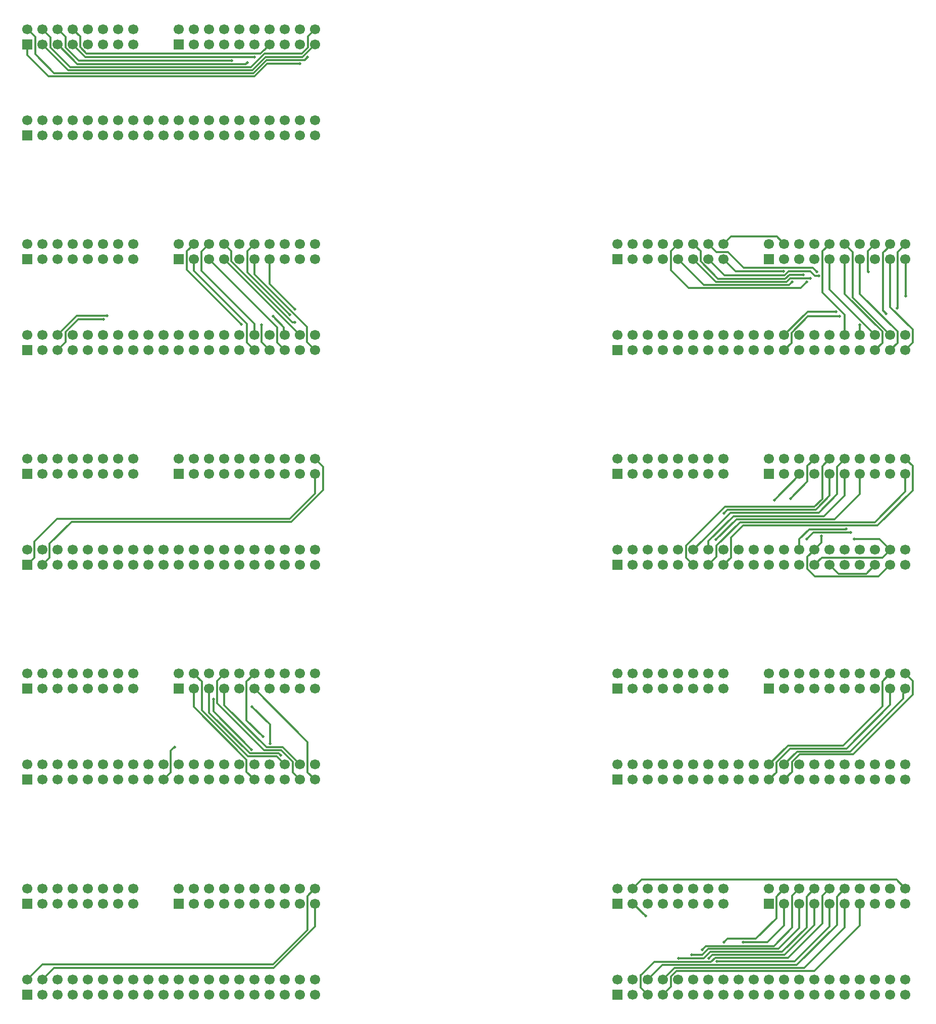
<source format=gtl>
G04*
G04 #@! TF.GenerationSoftware,Altium Limited,Altium Designer,22.6.1 (34)*
G04*
G04 Layer_Physical_Order=1*
G04 Layer_Color=255*
%FSLAX24Y24*%
%MOIN*%
G70*
G04*
G04 #@! TF.SameCoordinates,E1D52860-6489-4A1D-BE11-D1A6212AA477*
G04*
G04*
G04 #@! TF.FilePolarity,Positive*
G04*
G01*
G75*
%ADD27C,0.0118*%
%ADD28C,0.0669*%
%ADD29R,0.0669X0.0669*%
%ADD30C,0.0197*%
D27*
X56512Y50925D02*
X59669D01*
X55724Y51713D02*
X56512Y50925D01*
X55787Y50650D02*
X59742D01*
X54724Y51713D02*
X55787Y50650D01*
X59742D02*
X60018Y50925D01*
X52252Y50980D02*
X53409Y49823D01*
X60811D01*
X61205Y50217D01*
X53724Y51713D02*
X55220Y50217D01*
X59866D02*
X60102Y50453D01*
X54417Y50020D02*
X60052D01*
X55220Y50217D02*
X59866D01*
X54197Y51572D02*
X55355Y50414D01*
X52724Y51713D02*
X54417Y50020D01*
X59785Y50414D02*
X60060Y50689D01*
X55355Y50414D02*
X59785D01*
X60052Y50020D02*
X60249Y50217D01*
X60060Y50689D02*
X60968D01*
X60102Y50453D02*
X61441D01*
X60018Y50925D02*
X61441D01*
X61741Y50625D01*
X61977D01*
X61992Y50610D01*
X57031Y51162D02*
X61598D01*
X61874Y50886D01*
X65252Y50894D02*
X65260Y50886D01*
X65252Y50894D02*
Y52240D01*
X65654Y52642D01*
X61260Y48248D02*
X63134D01*
X59724Y46713D02*
X61260Y48248D01*
X66441Y48130D02*
Y48142D01*
X66252Y48331D02*
X66441Y48142D01*
X66252Y48331D02*
Y52138D01*
X64724Y49414D02*
X67197Y46941D01*
X64724Y49414D02*
Y51618D01*
X67197Y46185D02*
Y46941D01*
Y48492D02*
Y52185D01*
X67189Y48484D02*
X67197Y48492D01*
Y52185D02*
X67701Y52689D01*
X66724Y48555D02*
X68213Y47067D01*
Y46201D02*
Y47067D01*
X66724Y48555D02*
Y51713D01*
X64252Y49185D02*
Y52185D01*
Y49185D02*
X66724Y46713D01*
X63724Y49429D02*
X66197Y46957D01*
X63724Y49429D02*
Y51673D01*
X66197Y46185D02*
Y46957D01*
X64715Y47388D02*
X64720Y47383D01*
Y46717D02*
Y47383D01*
X62252Y49520D02*
Y52240D01*
X63724Y46713D02*
Y48047D01*
X62252Y49520D02*
X63724Y48047D01*
X62724Y49713D02*
X65724Y46713D01*
X62724Y49713D02*
Y51658D01*
X64720Y46717D02*
X64724Y46713D01*
X64787Y51713D02*
Y51752D01*
X64669Y51673D02*
X64724Y51618D01*
X67732Y49280D02*
Y51705D01*
Y49280D02*
X67740Y49272D01*
X67724Y51713D02*
X67732Y51705D01*
X67724Y45713D02*
X68213Y46201D01*
X56008Y52185D02*
X57031Y51162D01*
X55252Y52185D02*
X56008D01*
X61277Y47933D02*
X63370D01*
X59622Y52815D02*
X59669D01*
X59228Y53209D02*
X59622Y52815D01*
X56221Y53209D02*
X59228D01*
X55724Y52713D02*
X56221Y53209D01*
X53724Y52713D02*
X54197Y52240D01*
Y51572D02*
Y52240D01*
X52252D02*
X52724Y52713D01*
X52252Y50980D02*
Y52240D01*
X65654Y52642D02*
Y52697D01*
X54740D02*
X55252Y52185D01*
X67701Y52689D02*
Y52697D01*
X60197Y46853D02*
X61277Y47933D01*
X60197Y46185D02*
Y46853D01*
X59724Y45713D02*
X60197Y46185D01*
X66677Y52563D02*
Y52736D01*
X66252Y52138D02*
X66677Y52563D01*
X62252Y52240D02*
X62701Y52689D01*
X65724Y45713D02*
X66197Y46185D01*
X66724Y45713D02*
X67197Y46185D01*
X63843Y52594D02*
Y52736D01*
Y52594D02*
X64252Y52185D01*
X61756Y30768D02*
X65953D01*
X66724Y31539D01*
X61252Y31272D02*
X61756Y30768D01*
X62724Y31539D02*
X63299Y30965D01*
X65150D02*
X65724Y31539D01*
X63299Y30965D02*
X65150D01*
X53606Y5807D02*
X54315D01*
Y6162D02*
X54551Y6398D01*
X59039D01*
X54315Y5807D02*
X54709Y6201D01*
X59354D01*
X60024Y6870D01*
X54827Y6004D02*
X59591D01*
X54748Y5571D02*
X54984Y5807D01*
X52740Y5571D02*
X54394D01*
X54827Y6004D01*
X58606Y6634D02*
X59724Y7752D01*
X56992Y6634D02*
X58606D01*
X57858Y6870D02*
X59197Y8209D01*
X55968Y6870D02*
X57858D01*
X55732Y6634D02*
X55968Y6870D01*
X59724Y7752D02*
Y9193D01*
X59039Y6398D02*
X60252Y7610D01*
Y9720D01*
X60024Y6870D02*
X60724Y7571D01*
X59984Y5610D02*
X62252Y7878D01*
X59591Y6004D02*
X61197Y7610D01*
X59748Y5807D02*
X61724Y7784D01*
X50724Y4193D02*
X51669Y5138D01*
X55260Y5374D02*
X60417D01*
X52473Y4941D02*
X61047D01*
X54886Y5335D02*
X55162Y5610D01*
X52252Y4389D02*
X52608Y4744D01*
X55220Y5610D02*
X59984D01*
X52608Y4744D02*
X61717D01*
X51669Y5138D02*
X60535D01*
X55162Y5610D02*
X55220D01*
X55220Y5610D01*
X51724Y4193D02*
X52473Y4941D01*
X54984Y5807D02*
X59748D01*
X61717Y4744D02*
X64724Y7752D01*
X61047Y4941D02*
X63724Y7618D01*
X60535Y5138D02*
X63197Y7799D01*
X60417Y5374D02*
X62724Y7681D01*
X50252Y3665D02*
Y4469D01*
X51126Y5335D02*
X54886D01*
X50260Y4469D02*
X51126Y5335D01*
X50563Y8366D02*
X50575D01*
X49776Y9154D02*
X50563Y8366D01*
X49709Y9154D02*
X49776D01*
X49788Y10256D02*
X50299Y10768D01*
X67149D02*
X67724Y10193D01*
X50299Y10768D02*
X67149D01*
X59197Y9665D02*
X59724Y10193D01*
X59197Y8209D02*
Y9665D01*
X60252Y9720D02*
X60724Y10193D01*
Y7571D02*
Y9193D01*
X61197Y7610D02*
Y9665D01*
X61724Y10193D01*
X62252Y7878D02*
Y9720D01*
X62544Y10013D01*
X61724Y7784D02*
Y9193D01*
X63197Y9665D02*
X63724Y10193D01*
X63197Y7799D02*
Y9665D01*
X62724Y7681D02*
Y9193D01*
X64669Y9154D02*
X64724Y9099D01*
Y7752D02*
Y9099D01*
X51724Y3193D02*
X52252Y3720D01*
Y4389D01*
X62544Y10013D02*
Y10334D01*
X50252Y3665D02*
X50724Y3193D01*
X63724Y9114D02*
X63764Y9154D01*
X63724Y7618D02*
Y9114D01*
X60724Y32539D02*
Y33240D01*
X61362Y33878D02*
X63742D01*
X60724Y33240D02*
X61362Y33878D01*
X61205Y33248D02*
X61638Y33681D01*
X64118D01*
X62189Y33004D02*
Y33445D01*
X61724Y32539D02*
X62189Y33004D01*
X60142Y35925D02*
X61252Y37036D01*
Y38067D01*
X59079Y35829D02*
X60724Y37474D01*
X59079Y35807D02*
Y35829D01*
X60724Y37474D02*
Y37539D01*
X63742Y33878D02*
X63782Y33917D01*
X63803D01*
X61677Y32492D02*
Y32539D01*
X62197Y32012D02*
X63865D01*
X66197D01*
X66677Y32492D02*
Y32579D01*
X66016Y33248D02*
X66724Y32539D01*
X66197Y32012D02*
X66677Y32492D01*
X61252Y31272D02*
Y32067D01*
X61677Y32492D01*
X64354Y33248D02*
X66016D01*
X64354Y33227D02*
Y33248D01*
X61724Y31539D02*
X62197Y32012D01*
X61714Y35374D02*
X62228Y35889D01*
X53252Y32815D02*
X55811Y35374D01*
X61714D01*
X61913Y35295D02*
X62724Y36106D01*
X54368Y33183D02*
X56166Y34980D01*
X55732Y34941D02*
X55968Y35177D01*
X63646Y38461D02*
Y38721D01*
X61795Y35177D02*
X61913Y35295D01*
X61992Y34980D02*
X63213Y36201D01*
X62661Y37540D02*
X62724Y37477D01*
X55968Y35177D02*
X61795D01*
X56166Y34980D02*
X61992D01*
X54724Y32539D02*
Y33106D01*
X56362Y34744D02*
X62346D01*
X54724Y33106D02*
X56362Y34744D01*
X56559Y34547D02*
X63055D01*
X55220Y33209D02*
X56559Y34547D01*
X55252Y32807D02*
X56795Y34351D01*
X65693D01*
X55252Y32067D02*
Y32807D01*
X56992Y34154D02*
X65890D01*
X56197Y32012D02*
Y33358D01*
X56992Y34154D01*
X63213Y36201D02*
Y38028D01*
X62346Y34744D02*
X63724Y36122D01*
Y37539D01*
X54368Y33183D02*
X54368D01*
X53724Y32539D02*
X54368Y33183D01*
X64669Y37579D02*
X64724Y37524D01*
X53252Y32012D02*
Y32815D01*
Y32012D02*
X53724Y31539D01*
X61677Y38492D02*
Y38563D01*
X61252Y38067D02*
X61677Y38492D01*
X62724Y36106D02*
Y37477D01*
X62228Y35889D02*
Y38043D01*
X55724Y31539D02*
X56197Y32012D01*
X64724Y36217D02*
Y37524D01*
X63055Y34547D02*
X64724Y36217D01*
X65890Y34154D02*
X68197Y36461D01*
X65693Y34351D02*
X67724Y36382D01*
X63213Y38028D02*
X63646Y38461D01*
X62228Y38043D02*
X62724Y38539D01*
X67724Y36382D02*
Y37539D01*
X54724Y31539D02*
X55252Y32067D01*
X67780Y38484D02*
X68197Y38067D01*
Y36461D02*
Y38067D01*
X63606Y19626D02*
X66197Y22217D01*
X59984Y19626D02*
X63606D01*
X66197Y22217D02*
Y23839D01*
X66724Y22311D02*
Y23366D01*
X60119Y19429D02*
X63843D01*
X66724Y22311D01*
X60591Y19232D02*
X64079D01*
X67567Y22721D02*
Y23060D01*
X64079Y19232D02*
X67567Y22721D01*
X64276Y19036D02*
X68213Y22973D01*
Y23878D01*
X60726Y19036D02*
X64276D01*
X67724Y23217D02*
Y23343D01*
X67567Y23060D02*
X67724Y23217D01*
X58724Y18366D02*
X59984Y19626D01*
X59197Y18507D02*
X60119Y19429D01*
X59724Y18366D02*
X60591Y19232D01*
X60252Y18562D02*
X60726Y19036D01*
X66197Y23839D02*
X66724Y24366D01*
X67740Y24350D02*
Y24351D01*
Y24350D02*
X68213Y23878D01*
X60252Y17894D02*
Y18562D01*
X59724Y17366D02*
X60252Y17894D01*
X59197Y17839D02*
Y18507D01*
X58724Y17366D02*
X59197Y17839D01*
X11126Y63799D02*
X24236D01*
X24756Y63799D02*
X25583Y64626D01*
X24236Y63799D02*
X24756D01*
X25583Y64626D02*
X27740D01*
X11520Y63996D02*
X24039D01*
X24675Y63996D02*
X25541Y64862D01*
X24039Y63996D02*
X24675D01*
X25541Y64862D02*
X28059D01*
X12576Y64390D02*
X24512D01*
X13230Y65704D02*
X13639Y65295D01*
X23665Y64587D02*
X24176D01*
X13639Y65295D02*
X25139D01*
X24593Y64193D02*
X25459Y65059D01*
X24254Y64666D02*
X24276D01*
X24176Y64587D02*
X24254Y64666D01*
X24512Y64390D02*
X25417Y65295D01*
X25139D02*
X25375Y65532D01*
X12740Y65847D02*
X12787D01*
X12441Y64193D02*
X24000D01*
X13575Y65059D02*
X24748D01*
X12787Y65847D02*
X13575Y65059D01*
X24000Y64193D02*
X24593D01*
X28059Y64862D02*
X28254Y65057D01*
X25459Y65059D02*
X27921D01*
X28748Y65886D01*
X28276Y65692D02*
Y66413D01*
X27879Y65295D02*
X28276Y65692D01*
X25417Y65295D02*
X27879D01*
X25394Y65532D02*
X25748Y65886D01*
X25375Y65532D02*
X25394D01*
X25748Y65886D02*
X25748D01*
X28276Y66413D02*
X28748Y66886D01*
X23665Y64587D02*
X23665Y64587D01*
X13047Y64587D02*
X23665D01*
X12748Y65886D02*
X12787Y65847D01*
X13230Y65704D02*
Y66404D01*
X11795Y65839D02*
X13047Y64587D01*
X11276Y65690D02*
X12576Y64390D01*
X10260Y65256D02*
X11520Y63996D01*
X10772Y65862D02*
X12441Y64193D01*
X9748Y65177D02*
X11126Y63799D01*
X13143Y64823D02*
X23252D01*
X12268Y65698D02*
X13143Y64823D01*
X9764Y66870D02*
X10260Y66374D01*
Y65256D02*
Y66374D01*
X11276Y65690D02*
Y66358D01*
X9748Y65177D02*
Y65886D01*
X11795Y66839D02*
Y66910D01*
X12268Y65698D02*
Y66366D01*
X11795Y66839D02*
X12268Y66366D01*
X11795Y65839D02*
Y65886D01*
X12748Y66886D02*
X13230Y66404D01*
X10772Y66862D02*
X11276Y66358D01*
X10772Y65862D02*
Y65886D01*
X24276Y50847D02*
X27071Y48051D01*
X27071D01*
X27249Y47540D02*
X27425D01*
X23220Y51568D02*
X27249Y47540D01*
X24276Y50847D02*
Y52240D01*
X23220Y51568D02*
Y52240D01*
X24748Y50708D02*
Y51713D01*
Y50708D02*
X28220Y47236D01*
Y46240D02*
Y47236D01*
X25748Y50083D02*
Y51610D01*
Y50083D02*
X27425Y48406D01*
X20732Y52697D02*
X20772D01*
X20276Y52240D02*
X20732Y52697D01*
X20276Y51028D02*
Y52240D01*
Y51028D02*
X23882Y47421D01*
X20693Y51792D02*
X20748Y51736D01*
Y51713D02*
Y51736D01*
Y50949D02*
X24236Y47461D01*
X20748Y50949D02*
Y51713D01*
X21244Y50944D02*
X24748Y47441D01*
X21244Y50944D02*
Y52209D01*
X21638Y52602D01*
X24236Y46224D02*
Y47461D01*
X24748Y46713D02*
Y47441D01*
X25220Y46240D02*
Y47382D01*
X25220Y47382D02*
X25220Y47382D01*
X21874Y51587D02*
X26244Y47217D01*
X24236Y46224D02*
X24748Y45713D01*
X22787Y51673D02*
X27748Y46713D01*
X22661Y51673D02*
X22787D01*
X25968Y47933D02*
X26677Y47224D01*
Y46783D02*
X26748Y46713D01*
X26677Y46783D02*
Y47224D01*
X25220Y46240D02*
X25748Y45713D01*
X13008Y47973D02*
X15024D01*
X11748Y46713D02*
X13008Y47973D01*
X13104Y47736D02*
X14787D01*
X12276Y46908D02*
X13104Y47736D01*
X12276Y46240D02*
Y46908D01*
X11748Y45713D02*
X12276Y46240D01*
X24669Y52634D02*
Y52736D01*
X24276Y52240D02*
X24669Y52634D01*
X26244Y46217D02*
Y47217D01*
X22780Y52681D02*
X23220Y52240D01*
X22780Y52681D02*
Y52697D01*
X25748Y51610D02*
X25772Y51634D01*
X26244Y46217D02*
X26748Y45713D01*
X21874Y51587D02*
Y51752D01*
X28220Y46240D02*
X28748Y45713D01*
X21638Y52602D02*
Y52697D01*
X29276Y36477D02*
Y38012D01*
X27189Y34390D02*
X29276Y36477D01*
X12661Y34390D02*
X27189D01*
X28748Y37603D02*
X28764Y37618D01*
X11717Y34587D02*
X27071D01*
X28748Y37539D02*
Y37603D01*
X27071Y34587D02*
X28748Y36264D01*
Y37539D01*
X28842Y38445D02*
X29276Y38012D01*
X10220Y33091D02*
X11717Y34587D01*
X10220Y32012D02*
Y33091D01*
X9748Y31539D02*
X10220Y32012D01*
X28842Y38445D02*
Y38524D01*
X11220Y32949D02*
X12661Y34390D01*
X10748Y31539D02*
X11220Y32012D01*
Y32949D01*
X19220Y17839D02*
Y19287D01*
X19304Y19370D01*
X19313D01*
X19451Y19508D02*
X19472D01*
X19313Y19370D02*
X19451Y19508D01*
X18748Y17366D02*
X19220Y17839D01*
X25378Y19311D02*
X26520D01*
X22276Y22414D02*
Y23894D01*
Y22414D02*
X25378Y19311D01*
X22748Y22295D02*
Y23366D01*
X25535Y19508D02*
X26606D01*
X22748Y22295D02*
X25535Y19508D01*
X24220Y21295D02*
Y23839D01*
Y21295D02*
X25299Y20217D01*
X24591Y22185D02*
X25772Y21004D01*
Y19744D02*
Y21004D01*
X24748Y23366D02*
X28252Y19862D01*
Y17862D02*
Y19862D01*
X21276Y21957D02*
X24315Y18917D01*
X22031Y21870D02*
Y22697D01*
Y21870D02*
X24551Y19351D01*
X26341Y19114D02*
X26459Y18996D01*
X21748Y21799D02*
Y23177D01*
Y21799D02*
X24433Y19114D01*
X26197Y18917D02*
X26748Y18366D01*
X24433Y19114D02*
X26341D01*
X24315Y18917D02*
X26197D01*
X21276Y21957D02*
Y23839D01*
X26606Y19508D02*
X27748Y18366D01*
X26520Y19311D02*
X27276Y18555D01*
X22276Y23894D02*
X22701Y24319D01*
X27276Y17839D02*
Y18555D01*
X26459Y18996D02*
X26480D01*
X24220Y17894D02*
Y18697D01*
X20748Y22169D02*
Y23366D01*
Y22169D02*
X24220Y18697D01*
X24709Y24327D02*
Y24390D01*
X24220Y23839D02*
X24709Y24327D01*
X28252Y17862D02*
X28748Y17366D01*
X21677Y23248D02*
X21748Y23177D01*
X27276Y17839D02*
X27748Y17366D01*
X24220Y17894D02*
X24748Y17366D01*
X20850Y24264D02*
X21276Y23839D01*
X22701Y24319D02*
Y24390D01*
X28724Y10169D02*
Y10256D01*
X28252Y9697D02*
X28724Y10169D01*
X28252Y7464D02*
Y9697D01*
X25966Y5177D02*
X28252Y7464D01*
X26008Y4941D02*
X28748Y7681D01*
X11496Y4941D02*
X26008D01*
X10732Y5177D02*
X25966D01*
X9748Y4193D02*
X10732Y5177D01*
X10748Y4193D02*
X11496Y4941D01*
X28724Y9154D02*
X28748Y9130D01*
Y7681D02*
Y9130D01*
D28*
X67724Y32539D02*
D03*
Y31539D02*
D03*
X66724Y32539D02*
D03*
Y31539D02*
D03*
X65724Y32539D02*
D03*
Y31539D02*
D03*
X64724Y32539D02*
D03*
Y31539D02*
D03*
X63724Y32539D02*
D03*
Y31539D02*
D03*
X62724Y32539D02*
D03*
Y31539D02*
D03*
X61724Y32539D02*
D03*
Y31539D02*
D03*
X60724Y32539D02*
D03*
Y31539D02*
D03*
X59724Y32539D02*
D03*
Y31539D02*
D03*
X58724Y32539D02*
D03*
Y31539D02*
D03*
X57724Y32539D02*
D03*
Y31539D02*
D03*
X56724Y32539D02*
D03*
Y31539D02*
D03*
X55724Y32539D02*
D03*
Y31539D02*
D03*
X54724Y32539D02*
D03*
Y31539D02*
D03*
X53724Y32539D02*
D03*
Y31539D02*
D03*
X52724Y32539D02*
D03*
Y31539D02*
D03*
X50724D02*
D03*
Y32539D02*
D03*
X49724Y31539D02*
D03*
Y32539D02*
D03*
X48724D02*
D03*
X51724D02*
D03*
Y31539D02*
D03*
X12748Y17366D02*
D03*
Y18366D02*
D03*
X9748D02*
D03*
X10748D02*
D03*
Y17366D02*
D03*
X11748Y18366D02*
D03*
Y17366D02*
D03*
X13748D02*
D03*
Y18366D02*
D03*
X14748Y17366D02*
D03*
Y18366D02*
D03*
X15748Y17366D02*
D03*
Y18366D02*
D03*
X16748Y17366D02*
D03*
Y18366D02*
D03*
X17748Y17366D02*
D03*
Y18366D02*
D03*
X18748Y17366D02*
D03*
Y18366D02*
D03*
X19748Y17366D02*
D03*
Y18366D02*
D03*
X20748Y17366D02*
D03*
Y18366D02*
D03*
X21748Y17366D02*
D03*
Y18366D02*
D03*
X22748Y17366D02*
D03*
Y18366D02*
D03*
X23748Y17366D02*
D03*
Y18366D02*
D03*
X24748Y17366D02*
D03*
Y18366D02*
D03*
X25748Y17366D02*
D03*
Y18366D02*
D03*
X26748Y17366D02*
D03*
Y18366D02*
D03*
X27748Y17366D02*
D03*
Y18366D02*
D03*
X28748Y17366D02*
D03*
Y18366D02*
D03*
X67724Y4193D02*
D03*
Y3193D02*
D03*
X66724Y4193D02*
D03*
Y3193D02*
D03*
X65724Y4193D02*
D03*
Y3193D02*
D03*
X64724Y4193D02*
D03*
Y3193D02*
D03*
X63724Y4193D02*
D03*
Y3193D02*
D03*
X62724Y4193D02*
D03*
Y3193D02*
D03*
X61724Y4193D02*
D03*
Y3193D02*
D03*
X60724Y4193D02*
D03*
Y3193D02*
D03*
X59724Y4193D02*
D03*
Y3193D02*
D03*
X58724Y4193D02*
D03*
Y3193D02*
D03*
X57724Y4193D02*
D03*
Y3193D02*
D03*
X56724Y4193D02*
D03*
Y3193D02*
D03*
X55724Y4193D02*
D03*
Y3193D02*
D03*
X54724Y4193D02*
D03*
Y3193D02*
D03*
X53724Y4193D02*
D03*
Y3193D02*
D03*
X52724Y4193D02*
D03*
Y3193D02*
D03*
X50724D02*
D03*
Y4193D02*
D03*
X49724Y3193D02*
D03*
Y4193D02*
D03*
X48724D02*
D03*
X51724D02*
D03*
Y3193D02*
D03*
X61724Y9193D02*
D03*
Y10193D02*
D03*
X58724D02*
D03*
X59724D02*
D03*
Y9193D02*
D03*
X60724Y10193D02*
D03*
Y9193D02*
D03*
X62724D02*
D03*
Y10193D02*
D03*
X63724Y9193D02*
D03*
Y10193D02*
D03*
X64724Y9193D02*
D03*
Y10193D02*
D03*
X65724Y9193D02*
D03*
Y10193D02*
D03*
X66724Y9193D02*
D03*
Y10193D02*
D03*
X67724Y9193D02*
D03*
Y10193D02*
D03*
X53724D02*
D03*
Y9193D02*
D03*
X52724Y10193D02*
D03*
Y9193D02*
D03*
X50724D02*
D03*
Y10193D02*
D03*
X49724Y9193D02*
D03*
Y10193D02*
D03*
X48724D02*
D03*
X51724D02*
D03*
Y9193D02*
D03*
X54724D02*
D03*
Y10193D02*
D03*
X55724Y9193D02*
D03*
Y10193D02*
D03*
X67724Y18366D02*
D03*
Y17366D02*
D03*
X66724Y18366D02*
D03*
Y17366D02*
D03*
X65724Y18366D02*
D03*
Y17366D02*
D03*
X64724Y18366D02*
D03*
Y17366D02*
D03*
X63724Y18366D02*
D03*
Y17366D02*
D03*
X62724Y18366D02*
D03*
Y17366D02*
D03*
X61724Y18366D02*
D03*
Y17366D02*
D03*
X60724Y18366D02*
D03*
Y17366D02*
D03*
X59724Y18366D02*
D03*
Y17366D02*
D03*
X58724Y18366D02*
D03*
Y17366D02*
D03*
X57724Y18366D02*
D03*
Y17366D02*
D03*
X56724Y18366D02*
D03*
Y17366D02*
D03*
X55724Y18366D02*
D03*
Y17366D02*
D03*
X54724Y18366D02*
D03*
Y17366D02*
D03*
X53724Y18366D02*
D03*
Y17366D02*
D03*
X52724Y18366D02*
D03*
Y17366D02*
D03*
X50724D02*
D03*
Y18366D02*
D03*
X49724Y17366D02*
D03*
Y18366D02*
D03*
X48724D02*
D03*
X51724D02*
D03*
Y17366D02*
D03*
X61724Y23366D02*
D03*
Y24366D02*
D03*
X58724D02*
D03*
X59724D02*
D03*
Y23366D02*
D03*
X60724Y24366D02*
D03*
Y23366D02*
D03*
X62724D02*
D03*
Y24366D02*
D03*
X63724Y23366D02*
D03*
Y24366D02*
D03*
X64724Y23366D02*
D03*
Y24366D02*
D03*
X65724Y23366D02*
D03*
Y24366D02*
D03*
X66724Y23366D02*
D03*
Y24366D02*
D03*
X67724Y23366D02*
D03*
Y24366D02*
D03*
X53724D02*
D03*
Y23366D02*
D03*
X52724Y24366D02*
D03*
Y23366D02*
D03*
X50724D02*
D03*
Y24366D02*
D03*
X49724Y23366D02*
D03*
Y24366D02*
D03*
X48724D02*
D03*
X51724D02*
D03*
Y23366D02*
D03*
X54724D02*
D03*
Y24366D02*
D03*
X55724Y23366D02*
D03*
Y24366D02*
D03*
X61724Y37539D02*
D03*
Y38539D02*
D03*
X58724D02*
D03*
X59724D02*
D03*
Y37539D02*
D03*
X60724Y38539D02*
D03*
Y37539D02*
D03*
X62724D02*
D03*
Y38539D02*
D03*
X63724Y37539D02*
D03*
Y38539D02*
D03*
X64724Y37539D02*
D03*
Y38539D02*
D03*
X65724Y37539D02*
D03*
Y38539D02*
D03*
X66724Y37539D02*
D03*
Y38539D02*
D03*
X67724Y37539D02*
D03*
Y38539D02*
D03*
X53724D02*
D03*
Y37539D02*
D03*
X52724Y38539D02*
D03*
Y37539D02*
D03*
X50724D02*
D03*
Y38539D02*
D03*
X49724Y37539D02*
D03*
Y38539D02*
D03*
X48724D02*
D03*
X51724D02*
D03*
Y37539D02*
D03*
X54724D02*
D03*
Y38539D02*
D03*
X55724Y37539D02*
D03*
Y38539D02*
D03*
X67724Y46713D02*
D03*
Y45713D02*
D03*
X66724Y46713D02*
D03*
Y45713D02*
D03*
X65724Y46713D02*
D03*
Y45713D02*
D03*
X64724Y46713D02*
D03*
Y45713D02*
D03*
X63724Y46713D02*
D03*
Y45713D02*
D03*
X62724Y46713D02*
D03*
Y45713D02*
D03*
X61724Y46713D02*
D03*
Y45713D02*
D03*
X60724Y46713D02*
D03*
Y45713D02*
D03*
X59724Y46713D02*
D03*
Y45713D02*
D03*
X58724Y46713D02*
D03*
Y45713D02*
D03*
X57724Y46713D02*
D03*
Y45713D02*
D03*
X56724Y46713D02*
D03*
Y45713D02*
D03*
X55724Y46713D02*
D03*
Y45713D02*
D03*
X54724Y46713D02*
D03*
Y45713D02*
D03*
X53724Y46713D02*
D03*
Y45713D02*
D03*
X52724Y46713D02*
D03*
Y45713D02*
D03*
X50724D02*
D03*
Y46713D02*
D03*
X49724Y45713D02*
D03*
Y46713D02*
D03*
X48724D02*
D03*
X51724D02*
D03*
Y45713D02*
D03*
X61724Y51713D02*
D03*
Y52713D02*
D03*
X58724D02*
D03*
X59724D02*
D03*
Y51713D02*
D03*
X60724Y52713D02*
D03*
Y51713D02*
D03*
X62724D02*
D03*
Y52713D02*
D03*
X63724Y51713D02*
D03*
Y52713D02*
D03*
X64724Y51713D02*
D03*
Y52713D02*
D03*
X65724Y51713D02*
D03*
Y52713D02*
D03*
X66724Y51713D02*
D03*
Y52713D02*
D03*
X67724Y51713D02*
D03*
Y52713D02*
D03*
X53724D02*
D03*
Y51713D02*
D03*
X52724Y52713D02*
D03*
Y51713D02*
D03*
X50724D02*
D03*
Y52713D02*
D03*
X49724Y51713D02*
D03*
Y52713D02*
D03*
X48724D02*
D03*
X51724D02*
D03*
Y51713D02*
D03*
X54724D02*
D03*
Y52713D02*
D03*
X55724Y51713D02*
D03*
Y52713D02*
D03*
X22748Y65886D02*
D03*
Y66886D02*
D03*
X19748D02*
D03*
X20748D02*
D03*
Y65886D02*
D03*
X21748Y66886D02*
D03*
Y65886D02*
D03*
X23748D02*
D03*
Y66886D02*
D03*
X24748Y65886D02*
D03*
Y66886D02*
D03*
X25748Y65886D02*
D03*
Y66886D02*
D03*
X26748Y65886D02*
D03*
Y66886D02*
D03*
X27748Y65886D02*
D03*
Y66886D02*
D03*
X28748Y65886D02*
D03*
Y66886D02*
D03*
X14748D02*
D03*
Y65886D02*
D03*
X13748Y66886D02*
D03*
Y65886D02*
D03*
X11748D02*
D03*
Y66886D02*
D03*
X10748Y65886D02*
D03*
Y66886D02*
D03*
X9748D02*
D03*
X12748D02*
D03*
Y65886D02*
D03*
X15748D02*
D03*
Y66886D02*
D03*
X16748Y65886D02*
D03*
Y66886D02*
D03*
X28748Y60886D02*
D03*
Y59886D02*
D03*
X27748Y60886D02*
D03*
Y59886D02*
D03*
X26748Y60886D02*
D03*
Y59886D02*
D03*
X25748Y60886D02*
D03*
Y59886D02*
D03*
X24748Y60886D02*
D03*
Y59886D02*
D03*
X23748Y60886D02*
D03*
Y59886D02*
D03*
X22748Y60886D02*
D03*
Y59886D02*
D03*
X21748Y60886D02*
D03*
Y59886D02*
D03*
X20748Y60886D02*
D03*
Y59886D02*
D03*
X19748Y60886D02*
D03*
Y59886D02*
D03*
X18748Y60886D02*
D03*
Y59886D02*
D03*
X17748Y60886D02*
D03*
Y59886D02*
D03*
X16748Y60886D02*
D03*
Y59886D02*
D03*
X15748Y60886D02*
D03*
Y59886D02*
D03*
X14748Y60886D02*
D03*
Y59886D02*
D03*
X13748Y60886D02*
D03*
Y59886D02*
D03*
X11748D02*
D03*
Y60886D02*
D03*
X10748Y59886D02*
D03*
Y60886D02*
D03*
X9748D02*
D03*
X12748D02*
D03*
Y59886D02*
D03*
X22748Y51713D02*
D03*
Y52713D02*
D03*
X19748D02*
D03*
X20748D02*
D03*
Y51713D02*
D03*
X21748Y52713D02*
D03*
Y51713D02*
D03*
X23748D02*
D03*
Y52713D02*
D03*
X24748Y51713D02*
D03*
Y52713D02*
D03*
X25748Y51713D02*
D03*
Y52713D02*
D03*
X26748Y51713D02*
D03*
Y52713D02*
D03*
X27748Y51713D02*
D03*
Y52713D02*
D03*
X28748Y51713D02*
D03*
Y52713D02*
D03*
X14748D02*
D03*
Y51713D02*
D03*
X13748Y52713D02*
D03*
Y51713D02*
D03*
X11748D02*
D03*
Y52713D02*
D03*
X10748Y51713D02*
D03*
Y52713D02*
D03*
X9748D02*
D03*
X12748D02*
D03*
Y51713D02*
D03*
X15748D02*
D03*
Y52713D02*
D03*
X16748Y51713D02*
D03*
Y52713D02*
D03*
X28748Y46713D02*
D03*
Y45713D02*
D03*
X27748Y46713D02*
D03*
Y45713D02*
D03*
X26748Y46713D02*
D03*
Y45713D02*
D03*
X25748Y46713D02*
D03*
Y45713D02*
D03*
X24748Y46713D02*
D03*
Y45713D02*
D03*
X23748Y46713D02*
D03*
Y45713D02*
D03*
X22748Y46713D02*
D03*
Y45713D02*
D03*
X21748Y46713D02*
D03*
Y45713D02*
D03*
X20748Y46713D02*
D03*
Y45713D02*
D03*
X19748Y46713D02*
D03*
Y45713D02*
D03*
X18748Y46713D02*
D03*
Y45713D02*
D03*
X17748Y46713D02*
D03*
Y45713D02*
D03*
X16748Y46713D02*
D03*
Y45713D02*
D03*
X15748Y46713D02*
D03*
Y45713D02*
D03*
X14748Y46713D02*
D03*
Y45713D02*
D03*
X13748Y46713D02*
D03*
Y45713D02*
D03*
X11748D02*
D03*
Y46713D02*
D03*
X10748Y45713D02*
D03*
Y46713D02*
D03*
X9748D02*
D03*
X12748D02*
D03*
Y45713D02*
D03*
X22748Y37539D02*
D03*
Y38539D02*
D03*
X19748D02*
D03*
X20748D02*
D03*
Y37539D02*
D03*
X21748Y38539D02*
D03*
Y37539D02*
D03*
X23748D02*
D03*
Y38539D02*
D03*
X24748Y37539D02*
D03*
Y38539D02*
D03*
X25748Y37539D02*
D03*
Y38539D02*
D03*
X26748Y37539D02*
D03*
Y38539D02*
D03*
X27748Y37539D02*
D03*
Y38539D02*
D03*
X28748Y37539D02*
D03*
Y38539D02*
D03*
X14748D02*
D03*
Y37539D02*
D03*
X13748Y38539D02*
D03*
Y37539D02*
D03*
X11748D02*
D03*
Y38539D02*
D03*
X10748Y37539D02*
D03*
Y38539D02*
D03*
X9748D02*
D03*
X12748D02*
D03*
Y37539D02*
D03*
X15748D02*
D03*
Y38539D02*
D03*
X16748Y37539D02*
D03*
Y38539D02*
D03*
X28748Y32539D02*
D03*
Y31539D02*
D03*
X27748Y32539D02*
D03*
Y31539D02*
D03*
X26748Y32539D02*
D03*
Y31539D02*
D03*
X25748Y32539D02*
D03*
Y31539D02*
D03*
X24748Y32539D02*
D03*
Y31539D02*
D03*
X23748Y32539D02*
D03*
Y31539D02*
D03*
X22748Y32539D02*
D03*
Y31539D02*
D03*
X21748Y32539D02*
D03*
Y31539D02*
D03*
X20748Y32539D02*
D03*
Y31539D02*
D03*
X19748Y32539D02*
D03*
Y31539D02*
D03*
X18748Y32539D02*
D03*
Y31539D02*
D03*
X17748Y32539D02*
D03*
Y31539D02*
D03*
X16748Y32539D02*
D03*
Y31539D02*
D03*
X15748Y32539D02*
D03*
Y31539D02*
D03*
X14748Y32539D02*
D03*
Y31539D02*
D03*
X13748Y32539D02*
D03*
Y31539D02*
D03*
X11748D02*
D03*
Y32539D02*
D03*
X10748Y31539D02*
D03*
Y32539D02*
D03*
X9748D02*
D03*
X12748D02*
D03*
Y31539D02*
D03*
X22748Y23366D02*
D03*
Y24366D02*
D03*
X19748D02*
D03*
X20748D02*
D03*
Y23366D02*
D03*
X21748Y24366D02*
D03*
Y23366D02*
D03*
X23748D02*
D03*
Y24366D02*
D03*
X24748Y23366D02*
D03*
Y24366D02*
D03*
X25748Y23366D02*
D03*
Y24366D02*
D03*
X26748Y23366D02*
D03*
Y24366D02*
D03*
X27748Y23366D02*
D03*
Y24366D02*
D03*
X28748Y23366D02*
D03*
Y24366D02*
D03*
X14748D02*
D03*
Y23366D02*
D03*
X13748Y24366D02*
D03*
Y23366D02*
D03*
X11748D02*
D03*
Y24366D02*
D03*
X10748Y23366D02*
D03*
Y24366D02*
D03*
X9748D02*
D03*
X12748D02*
D03*
Y23366D02*
D03*
X15748D02*
D03*
Y24366D02*
D03*
X16748Y23366D02*
D03*
Y24366D02*
D03*
X22748Y9193D02*
D03*
Y10193D02*
D03*
X19748D02*
D03*
X20748D02*
D03*
Y9193D02*
D03*
X21748Y10193D02*
D03*
Y9193D02*
D03*
X23748D02*
D03*
Y10193D02*
D03*
X24748Y9193D02*
D03*
Y10193D02*
D03*
X25748Y9193D02*
D03*
Y10193D02*
D03*
X26748Y9193D02*
D03*
Y10193D02*
D03*
X27748Y9193D02*
D03*
Y10193D02*
D03*
X28748Y9193D02*
D03*
Y10193D02*
D03*
Y4193D02*
D03*
Y3193D02*
D03*
X27748Y4193D02*
D03*
Y3193D02*
D03*
X26748Y4193D02*
D03*
Y3193D02*
D03*
X25748Y4193D02*
D03*
Y3193D02*
D03*
X24748Y4193D02*
D03*
Y3193D02*
D03*
X23748Y4193D02*
D03*
Y3193D02*
D03*
X22748Y4193D02*
D03*
Y3193D02*
D03*
X21748Y4193D02*
D03*
Y3193D02*
D03*
X20748Y4193D02*
D03*
Y3193D02*
D03*
X19748Y4193D02*
D03*
Y3193D02*
D03*
X18748Y4193D02*
D03*
Y3193D02*
D03*
X17748Y4193D02*
D03*
Y3193D02*
D03*
X16748Y4193D02*
D03*
Y3193D02*
D03*
X15748Y4193D02*
D03*
Y3193D02*
D03*
X14748Y4193D02*
D03*
Y3193D02*
D03*
X13748Y4193D02*
D03*
Y3193D02*
D03*
X11748D02*
D03*
Y4193D02*
D03*
X10748Y3193D02*
D03*
Y4193D02*
D03*
X9748D02*
D03*
X12748D02*
D03*
Y3193D02*
D03*
X14748Y10193D02*
D03*
Y9193D02*
D03*
X13748Y10193D02*
D03*
Y9193D02*
D03*
X11748D02*
D03*
Y10193D02*
D03*
X10748Y9193D02*
D03*
Y10193D02*
D03*
X9748D02*
D03*
X12748D02*
D03*
Y9193D02*
D03*
X15748D02*
D03*
Y10193D02*
D03*
X16748Y9193D02*
D03*
Y10193D02*
D03*
D29*
X48724Y31539D02*
D03*
X9748Y17366D02*
D03*
X48724Y3193D02*
D03*
X58724Y9193D02*
D03*
X48724D02*
D03*
Y17366D02*
D03*
X58724Y23366D02*
D03*
X48724D02*
D03*
X58724Y37539D02*
D03*
X48724D02*
D03*
Y45713D02*
D03*
X58724Y51713D02*
D03*
X48724D02*
D03*
X19748Y65886D02*
D03*
X9748D02*
D03*
Y59886D02*
D03*
X19748Y51713D02*
D03*
X9748D02*
D03*
Y45713D02*
D03*
X19748Y37539D02*
D03*
X9748D02*
D03*
Y31539D02*
D03*
X19748Y23366D02*
D03*
X9748D02*
D03*
X19748Y9193D02*
D03*
X9748Y3193D02*
D03*
Y9193D02*
D03*
D30*
X61205Y50217D02*
D03*
X60968Y50689D02*
D03*
X60249Y50217D02*
D03*
X59669Y50925D02*
D03*
X61441Y50453D02*
D03*
X61874Y50886D02*
D03*
X65260D02*
D03*
X63134Y48248D02*
D03*
X66441Y48130D02*
D03*
X67189Y48484D02*
D03*
X64715Y47388D02*
D03*
X67740Y49272D02*
D03*
X63370Y47933D02*
D03*
X61992Y50610D02*
D03*
X53606Y5807D02*
D03*
X54315Y6162D02*
D03*
X54748Y5571D02*
D03*
X56992Y6634D02*
D03*
X55732Y6634D02*
D03*
X55260Y5374D02*
D03*
X52740Y5571D02*
D03*
X50575Y8366D02*
D03*
X62189Y33445D02*
D03*
X61205Y33248D02*
D03*
X60142Y35925D02*
D03*
X59079Y35807D02*
D03*
X64118Y33681D02*
D03*
X55220Y33209D02*
D03*
X55732Y34941D02*
D03*
X64354Y33248D02*
D03*
X63803Y33917D02*
D03*
X27740Y64626D02*
D03*
X24276Y64666D02*
D03*
X24748Y65059D02*
D03*
X28254Y65057D02*
D03*
X23252Y64823D02*
D03*
X27071Y48051D02*
D03*
X27425Y48406D02*
D03*
X25220Y47382D02*
D03*
X23882Y47421D02*
D03*
X25968Y47933D02*
D03*
X15024Y47973D02*
D03*
X14787Y47736D02*
D03*
X27425Y47540D02*
D03*
X19472Y19508D02*
D03*
X25299Y20217D02*
D03*
X25772Y19744D02*
D03*
X24551Y19351D02*
D03*
X22031Y22697D02*
D03*
X26480Y18996D02*
D03*
X24591Y22185D02*
D03*
M02*

</source>
